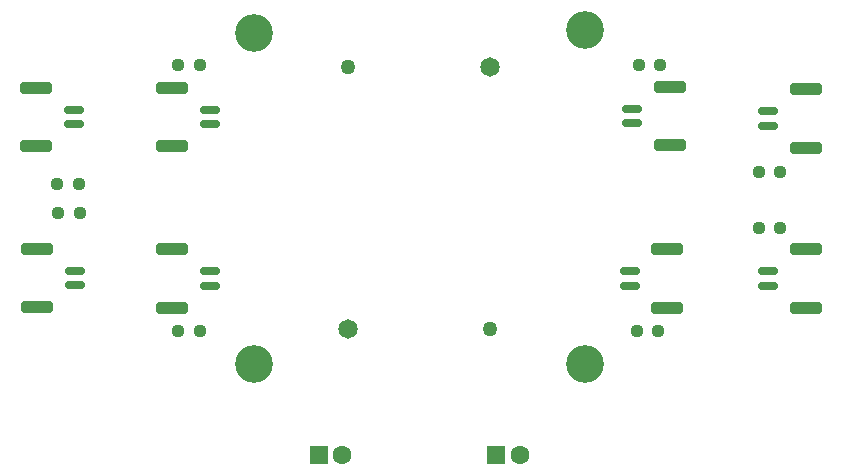
<source format=gbr>
%TF.GenerationSoftware,KiCad,Pcbnew,8.0.8*%
%TF.CreationDate,2025-02-10T22:14:39-08:00*%
%TF.ProjectId,CMOD_A7_Lower,434d4f44-5f41-4375-9f4c-6f7765722e6b,rev?*%
%TF.SameCoordinates,Original*%
%TF.FileFunction,Soldermask,Bot*%
%TF.FilePolarity,Negative*%
%FSLAX46Y46*%
G04 Gerber Fmt 4.6, Leading zero omitted, Abs format (unit mm)*
G04 Created by KiCad (PCBNEW 8.0.8) date 2025-02-10 22:14:39*
%MOMM*%
%LPD*%
G01*
G04 APERTURE LIST*
G04 Aperture macros list*
%AMRoundRect*
0 Rectangle with rounded corners*
0 $1 Rounding radius*
0 $2 $3 $4 $5 $6 $7 $8 $9 X,Y pos of 4 corners*
0 Add a 4 corners polygon primitive as box body*
4,1,4,$2,$3,$4,$5,$6,$7,$8,$9,$2,$3,0*
0 Add four circle primitives for the rounded corners*
1,1,$1+$1,$2,$3*
1,1,$1+$1,$4,$5*
1,1,$1+$1,$6,$7*
1,1,$1+$1,$8,$9*
0 Add four rect primitives between the rounded corners*
20,1,$1+$1,$2,$3,$4,$5,0*
20,1,$1+$1,$4,$5,$6,$7,0*
20,1,$1+$1,$6,$7,$8,$9,0*
20,1,$1+$1,$8,$9,$2,$3,0*%
G04 Aperture macros list end*
%ADD10R,1.600000X1.600000*%
%ADD11C,1.600000*%
%ADD12C,3.200000*%
%ADD13C,1.651000*%
%ADD14C,1.270000*%
%ADD15RoundRect,0.150000X0.700000X-0.150000X0.700000X0.150000X-0.700000X0.150000X-0.700000X-0.150000X0*%
%ADD16RoundRect,0.250000X1.100000X-0.250000X1.100000X0.250000X-1.100000X0.250000X-1.100000X-0.250000X0*%
%ADD17RoundRect,0.150000X-0.700000X0.150000X-0.700000X-0.150000X0.700000X-0.150000X0.700000X0.150000X0*%
%ADD18RoundRect,0.250000X-1.100000X0.250000X-1.100000X-0.250000X1.100000X-0.250000X1.100000X0.250000X0*%
%ADD19RoundRect,0.237500X0.250000X0.237500X-0.250000X0.237500X-0.250000X-0.237500X0.250000X-0.237500X0*%
%ADD20RoundRect,0.237500X-0.250000X-0.237500X0.250000X-0.237500X0.250000X0.237500X-0.250000X0.237500X0*%
G04 APERTURE END LIST*
D10*
%TO.C,C10*%
X92500000Y-109750000D03*
D11*
X94500000Y-109750000D03*
%TD*%
D10*
%TO.C,C9*%
X77500000Y-109750000D03*
D11*
X79500000Y-109750000D03*
%TD*%
D12*
%TO.C,H1*%
X72000000Y-102000000D03*
%TD*%
D13*
%TO.C,J19*%
X91999876Y-76899992D03*
D14*
X91999876Y-99100055D03*
%TD*%
D12*
%TO.C,H4*%
X100000000Y-102000000D03*
%TD*%
D13*
%TO.C,J18*%
X80000124Y-99100008D03*
D14*
X80000124Y-76899945D03*
%TD*%
D12*
%TO.C,H3*%
X100000000Y-73750000D03*
%TD*%
%TO.C,H2*%
X72000000Y-74000000D03*
%TD*%
D15*
%TO.C,J9*%
X56750000Y-81750000D03*
X56750000Y-80500000D03*
D16*
X53550000Y-83600000D03*
X53550000Y-78650000D03*
%TD*%
D15*
%TO.C,J11*%
X68250000Y-81750000D03*
X68250000Y-80500000D03*
D16*
X65050000Y-83600000D03*
X65050000Y-78650000D03*
%TD*%
D17*
%TO.C,J13*%
X104000000Y-80400000D03*
X104000000Y-81650000D03*
D18*
X107200000Y-78550000D03*
X107200000Y-83500000D03*
%TD*%
D19*
%TO.C,R3*%
X67412500Y-76750000D03*
X65587500Y-76750000D03*
%TD*%
D15*
%TO.C,J10*%
X56850000Y-95375000D03*
X56850000Y-94125000D03*
D16*
X53650000Y-97225000D03*
X53650000Y-92275000D03*
%TD*%
D20*
%TO.C,R6*%
X104425000Y-99250000D03*
X106250000Y-99250000D03*
%TD*%
D19*
%TO.C,R2*%
X57250000Y-89250000D03*
X55425000Y-89250000D03*
%TD*%
D17*
%TO.C,J14*%
X103800000Y-94150000D03*
X103800000Y-95400000D03*
D18*
X107000000Y-92300000D03*
X107000000Y-97250000D03*
%TD*%
D15*
%TO.C,J12*%
X68250000Y-95400000D03*
X68250000Y-94150000D03*
D16*
X65050000Y-97250000D03*
X65050000Y-92300000D03*
%TD*%
D20*
%TO.C,R8*%
X114750000Y-90500000D03*
X116575000Y-90500000D03*
%TD*%
D17*
%TO.C,J16*%
X115550000Y-94150000D03*
X115550000Y-95400000D03*
D18*
X118750000Y-92300000D03*
X118750000Y-97250000D03*
%TD*%
D19*
%TO.C,R1*%
X57162500Y-86750000D03*
X55337500Y-86750000D03*
%TD*%
D20*
%TO.C,R7*%
X114750000Y-85750000D03*
X116575000Y-85750000D03*
%TD*%
%TO.C,R5*%
X104587500Y-76750000D03*
X106412500Y-76750000D03*
%TD*%
D19*
%TO.C,R4*%
X67412500Y-99250000D03*
X65587500Y-99250000D03*
%TD*%
D17*
%TO.C,J15*%
X115550000Y-80600000D03*
X115550000Y-81850000D03*
D18*
X118750000Y-78750000D03*
X118750000Y-83700000D03*
%TD*%
M02*

</source>
